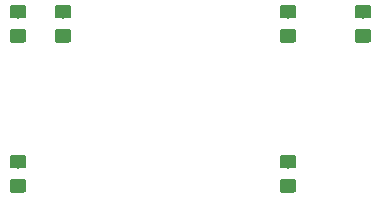
<source format=gbr>
G04 #@! TF.GenerationSoftware,KiCad,Pcbnew,(5.0.2-5)-5*
G04 #@! TF.CreationDate,2019-10-01T20:51:56+03:00*
G04 #@! TF.ProjectId,nav_panel,6e61765f-7061-46e6-956c-2e6b69636164,rev?*
G04 #@! TF.SameCoordinates,Original*
G04 #@! TF.FileFunction,Paste,Bot*
G04 #@! TF.FilePolarity,Positive*
%FSLAX46Y46*%
G04 Gerber Fmt 4.6, Leading zero omitted, Abs format (unit mm)*
G04 Created by KiCad (PCBNEW (5.0.2-5)-5) date 2019 October 01, Tuesday 20:51:56*
%MOMM*%
%LPD*%
G01*
G04 APERTURE LIST*
%ADD10C,0.100000*%
%ADD11C,1.150000*%
G04 APERTURE END LIST*
D10*
G04 #@! TO.C,R1*
G36*
X137634505Y-84271204D02*
X137658773Y-84274804D01*
X137682572Y-84280765D01*
X137705671Y-84289030D01*
X137727850Y-84299520D01*
X137748893Y-84312132D01*
X137768599Y-84326747D01*
X137786777Y-84343223D01*
X137803253Y-84361401D01*
X137817868Y-84381107D01*
X137830480Y-84402150D01*
X137840970Y-84424329D01*
X137849235Y-84447428D01*
X137855196Y-84471227D01*
X137858796Y-84495495D01*
X137860000Y-84519999D01*
X137860000Y-85170001D01*
X137858796Y-85194505D01*
X137855196Y-85218773D01*
X137849235Y-85242572D01*
X137840970Y-85265671D01*
X137830480Y-85287850D01*
X137817868Y-85308893D01*
X137803253Y-85328599D01*
X137786777Y-85346777D01*
X137768599Y-85363253D01*
X137748893Y-85377868D01*
X137727850Y-85390480D01*
X137705671Y-85400970D01*
X137682572Y-85409235D01*
X137658773Y-85415196D01*
X137634505Y-85418796D01*
X137610001Y-85420000D01*
X136709999Y-85420000D01*
X136685495Y-85418796D01*
X136661227Y-85415196D01*
X136637428Y-85409235D01*
X136614329Y-85400970D01*
X136592150Y-85390480D01*
X136571107Y-85377868D01*
X136551401Y-85363253D01*
X136533223Y-85346777D01*
X136516747Y-85328599D01*
X136502132Y-85308893D01*
X136489520Y-85287850D01*
X136479030Y-85265671D01*
X136470765Y-85242572D01*
X136464804Y-85218773D01*
X136461204Y-85194505D01*
X136460000Y-85170001D01*
X136460000Y-84519999D01*
X136461204Y-84495495D01*
X136464804Y-84471227D01*
X136470765Y-84447428D01*
X136479030Y-84424329D01*
X136489520Y-84402150D01*
X136502132Y-84381107D01*
X136516747Y-84361401D01*
X136533223Y-84343223D01*
X136551401Y-84326747D01*
X136571107Y-84312132D01*
X136592150Y-84299520D01*
X136614329Y-84289030D01*
X136637428Y-84280765D01*
X136661227Y-84274804D01*
X136685495Y-84271204D01*
X136709999Y-84270000D01*
X137610001Y-84270000D01*
X137634505Y-84271204D01*
X137634505Y-84271204D01*
G37*
D11*
X137160000Y-84845000D03*
D10*
G36*
X137634505Y-82221204D02*
X137658773Y-82224804D01*
X137682572Y-82230765D01*
X137705671Y-82239030D01*
X137727850Y-82249520D01*
X137748893Y-82262132D01*
X137768599Y-82276747D01*
X137786777Y-82293223D01*
X137803253Y-82311401D01*
X137817868Y-82331107D01*
X137830480Y-82352150D01*
X137840970Y-82374329D01*
X137849235Y-82397428D01*
X137855196Y-82421227D01*
X137858796Y-82445495D01*
X137860000Y-82469999D01*
X137860000Y-83120001D01*
X137858796Y-83144505D01*
X137855196Y-83168773D01*
X137849235Y-83192572D01*
X137840970Y-83215671D01*
X137830480Y-83237850D01*
X137817868Y-83258893D01*
X137803253Y-83278599D01*
X137786777Y-83296777D01*
X137768599Y-83313253D01*
X137748893Y-83327868D01*
X137727850Y-83340480D01*
X137705671Y-83350970D01*
X137682572Y-83359235D01*
X137658773Y-83365196D01*
X137634505Y-83368796D01*
X137610001Y-83370000D01*
X136709999Y-83370000D01*
X136685495Y-83368796D01*
X136661227Y-83365196D01*
X136637428Y-83359235D01*
X136614329Y-83350970D01*
X136592150Y-83340480D01*
X136571107Y-83327868D01*
X136551401Y-83313253D01*
X136533223Y-83296777D01*
X136516747Y-83278599D01*
X136502132Y-83258893D01*
X136489520Y-83237850D01*
X136479030Y-83215671D01*
X136470765Y-83192572D01*
X136464804Y-83168773D01*
X136461204Y-83144505D01*
X136460000Y-83120001D01*
X136460000Y-82469999D01*
X136461204Y-82445495D01*
X136464804Y-82421227D01*
X136470765Y-82397428D01*
X136479030Y-82374329D01*
X136489520Y-82352150D01*
X136502132Y-82331107D01*
X136516747Y-82311401D01*
X136533223Y-82293223D01*
X136551401Y-82276747D01*
X136571107Y-82262132D01*
X136592150Y-82249520D01*
X136614329Y-82239030D01*
X136637428Y-82230765D01*
X136661227Y-82224804D01*
X136685495Y-82221204D01*
X136709999Y-82220000D01*
X137610001Y-82220000D01*
X137634505Y-82221204D01*
X137634505Y-82221204D01*
G37*
D11*
X137160000Y-82795000D03*
G04 #@! TD*
D10*
G04 #@! TO.C,R2*
G36*
X160494505Y-82221204D02*
X160518773Y-82224804D01*
X160542572Y-82230765D01*
X160565671Y-82239030D01*
X160587850Y-82249520D01*
X160608893Y-82262132D01*
X160628599Y-82276747D01*
X160646777Y-82293223D01*
X160663253Y-82311401D01*
X160677868Y-82331107D01*
X160690480Y-82352150D01*
X160700970Y-82374329D01*
X160709235Y-82397428D01*
X160715196Y-82421227D01*
X160718796Y-82445495D01*
X160720000Y-82469999D01*
X160720000Y-83120001D01*
X160718796Y-83144505D01*
X160715196Y-83168773D01*
X160709235Y-83192572D01*
X160700970Y-83215671D01*
X160690480Y-83237850D01*
X160677868Y-83258893D01*
X160663253Y-83278599D01*
X160646777Y-83296777D01*
X160628599Y-83313253D01*
X160608893Y-83327868D01*
X160587850Y-83340480D01*
X160565671Y-83350970D01*
X160542572Y-83359235D01*
X160518773Y-83365196D01*
X160494505Y-83368796D01*
X160470001Y-83370000D01*
X159569999Y-83370000D01*
X159545495Y-83368796D01*
X159521227Y-83365196D01*
X159497428Y-83359235D01*
X159474329Y-83350970D01*
X159452150Y-83340480D01*
X159431107Y-83327868D01*
X159411401Y-83313253D01*
X159393223Y-83296777D01*
X159376747Y-83278599D01*
X159362132Y-83258893D01*
X159349520Y-83237850D01*
X159339030Y-83215671D01*
X159330765Y-83192572D01*
X159324804Y-83168773D01*
X159321204Y-83144505D01*
X159320000Y-83120001D01*
X159320000Y-82469999D01*
X159321204Y-82445495D01*
X159324804Y-82421227D01*
X159330765Y-82397428D01*
X159339030Y-82374329D01*
X159349520Y-82352150D01*
X159362132Y-82331107D01*
X159376747Y-82311401D01*
X159393223Y-82293223D01*
X159411401Y-82276747D01*
X159431107Y-82262132D01*
X159452150Y-82249520D01*
X159474329Y-82239030D01*
X159497428Y-82230765D01*
X159521227Y-82224804D01*
X159545495Y-82221204D01*
X159569999Y-82220000D01*
X160470001Y-82220000D01*
X160494505Y-82221204D01*
X160494505Y-82221204D01*
G37*
D11*
X160020000Y-82795000D03*
D10*
G36*
X160494505Y-84271204D02*
X160518773Y-84274804D01*
X160542572Y-84280765D01*
X160565671Y-84289030D01*
X160587850Y-84299520D01*
X160608893Y-84312132D01*
X160628599Y-84326747D01*
X160646777Y-84343223D01*
X160663253Y-84361401D01*
X160677868Y-84381107D01*
X160690480Y-84402150D01*
X160700970Y-84424329D01*
X160709235Y-84447428D01*
X160715196Y-84471227D01*
X160718796Y-84495495D01*
X160720000Y-84519999D01*
X160720000Y-85170001D01*
X160718796Y-85194505D01*
X160715196Y-85218773D01*
X160709235Y-85242572D01*
X160700970Y-85265671D01*
X160690480Y-85287850D01*
X160677868Y-85308893D01*
X160663253Y-85328599D01*
X160646777Y-85346777D01*
X160628599Y-85363253D01*
X160608893Y-85377868D01*
X160587850Y-85390480D01*
X160565671Y-85400970D01*
X160542572Y-85409235D01*
X160518773Y-85415196D01*
X160494505Y-85418796D01*
X160470001Y-85420000D01*
X159569999Y-85420000D01*
X159545495Y-85418796D01*
X159521227Y-85415196D01*
X159497428Y-85409235D01*
X159474329Y-85400970D01*
X159452150Y-85390480D01*
X159431107Y-85377868D01*
X159411401Y-85363253D01*
X159393223Y-85346777D01*
X159376747Y-85328599D01*
X159362132Y-85308893D01*
X159349520Y-85287850D01*
X159339030Y-85265671D01*
X159330765Y-85242572D01*
X159324804Y-85218773D01*
X159321204Y-85194505D01*
X159320000Y-85170001D01*
X159320000Y-84519999D01*
X159321204Y-84495495D01*
X159324804Y-84471227D01*
X159330765Y-84447428D01*
X159339030Y-84424329D01*
X159349520Y-84402150D01*
X159362132Y-84381107D01*
X159376747Y-84361401D01*
X159393223Y-84343223D01*
X159411401Y-84326747D01*
X159431107Y-84312132D01*
X159452150Y-84299520D01*
X159474329Y-84289030D01*
X159497428Y-84280765D01*
X159521227Y-84274804D01*
X159545495Y-84271204D01*
X159569999Y-84270000D01*
X160470001Y-84270000D01*
X160494505Y-84271204D01*
X160494505Y-84271204D01*
G37*
D11*
X160020000Y-84845000D03*
G04 #@! TD*
D10*
G04 #@! TO.C,R3*
G36*
X137634505Y-94921204D02*
X137658773Y-94924804D01*
X137682572Y-94930765D01*
X137705671Y-94939030D01*
X137727850Y-94949520D01*
X137748893Y-94962132D01*
X137768599Y-94976747D01*
X137786777Y-94993223D01*
X137803253Y-95011401D01*
X137817868Y-95031107D01*
X137830480Y-95052150D01*
X137840970Y-95074329D01*
X137849235Y-95097428D01*
X137855196Y-95121227D01*
X137858796Y-95145495D01*
X137860000Y-95169999D01*
X137860000Y-95820001D01*
X137858796Y-95844505D01*
X137855196Y-95868773D01*
X137849235Y-95892572D01*
X137840970Y-95915671D01*
X137830480Y-95937850D01*
X137817868Y-95958893D01*
X137803253Y-95978599D01*
X137786777Y-95996777D01*
X137768599Y-96013253D01*
X137748893Y-96027868D01*
X137727850Y-96040480D01*
X137705671Y-96050970D01*
X137682572Y-96059235D01*
X137658773Y-96065196D01*
X137634505Y-96068796D01*
X137610001Y-96070000D01*
X136709999Y-96070000D01*
X136685495Y-96068796D01*
X136661227Y-96065196D01*
X136637428Y-96059235D01*
X136614329Y-96050970D01*
X136592150Y-96040480D01*
X136571107Y-96027868D01*
X136551401Y-96013253D01*
X136533223Y-95996777D01*
X136516747Y-95978599D01*
X136502132Y-95958893D01*
X136489520Y-95937850D01*
X136479030Y-95915671D01*
X136470765Y-95892572D01*
X136464804Y-95868773D01*
X136461204Y-95844505D01*
X136460000Y-95820001D01*
X136460000Y-95169999D01*
X136461204Y-95145495D01*
X136464804Y-95121227D01*
X136470765Y-95097428D01*
X136479030Y-95074329D01*
X136489520Y-95052150D01*
X136502132Y-95031107D01*
X136516747Y-95011401D01*
X136533223Y-94993223D01*
X136551401Y-94976747D01*
X136571107Y-94962132D01*
X136592150Y-94949520D01*
X136614329Y-94939030D01*
X136637428Y-94930765D01*
X136661227Y-94924804D01*
X136685495Y-94921204D01*
X136709999Y-94920000D01*
X137610001Y-94920000D01*
X137634505Y-94921204D01*
X137634505Y-94921204D01*
G37*
D11*
X137160000Y-95495000D03*
D10*
G36*
X137634505Y-96971204D02*
X137658773Y-96974804D01*
X137682572Y-96980765D01*
X137705671Y-96989030D01*
X137727850Y-96999520D01*
X137748893Y-97012132D01*
X137768599Y-97026747D01*
X137786777Y-97043223D01*
X137803253Y-97061401D01*
X137817868Y-97081107D01*
X137830480Y-97102150D01*
X137840970Y-97124329D01*
X137849235Y-97147428D01*
X137855196Y-97171227D01*
X137858796Y-97195495D01*
X137860000Y-97219999D01*
X137860000Y-97870001D01*
X137858796Y-97894505D01*
X137855196Y-97918773D01*
X137849235Y-97942572D01*
X137840970Y-97965671D01*
X137830480Y-97987850D01*
X137817868Y-98008893D01*
X137803253Y-98028599D01*
X137786777Y-98046777D01*
X137768599Y-98063253D01*
X137748893Y-98077868D01*
X137727850Y-98090480D01*
X137705671Y-98100970D01*
X137682572Y-98109235D01*
X137658773Y-98115196D01*
X137634505Y-98118796D01*
X137610001Y-98120000D01*
X136709999Y-98120000D01*
X136685495Y-98118796D01*
X136661227Y-98115196D01*
X136637428Y-98109235D01*
X136614329Y-98100970D01*
X136592150Y-98090480D01*
X136571107Y-98077868D01*
X136551401Y-98063253D01*
X136533223Y-98046777D01*
X136516747Y-98028599D01*
X136502132Y-98008893D01*
X136489520Y-97987850D01*
X136479030Y-97965671D01*
X136470765Y-97942572D01*
X136464804Y-97918773D01*
X136461204Y-97894505D01*
X136460000Y-97870001D01*
X136460000Y-97219999D01*
X136461204Y-97195495D01*
X136464804Y-97171227D01*
X136470765Y-97147428D01*
X136479030Y-97124329D01*
X136489520Y-97102150D01*
X136502132Y-97081107D01*
X136516747Y-97061401D01*
X136533223Y-97043223D01*
X136551401Y-97026747D01*
X136571107Y-97012132D01*
X136592150Y-96999520D01*
X136614329Y-96989030D01*
X136637428Y-96980765D01*
X136661227Y-96974804D01*
X136685495Y-96971204D01*
X136709999Y-96970000D01*
X137610001Y-96970000D01*
X137634505Y-96971204D01*
X137634505Y-96971204D01*
G37*
D11*
X137160000Y-97545000D03*
G04 #@! TD*
D10*
G04 #@! TO.C,R4*
G36*
X160494505Y-94921204D02*
X160518773Y-94924804D01*
X160542572Y-94930765D01*
X160565671Y-94939030D01*
X160587850Y-94949520D01*
X160608893Y-94962132D01*
X160628599Y-94976747D01*
X160646777Y-94993223D01*
X160663253Y-95011401D01*
X160677868Y-95031107D01*
X160690480Y-95052150D01*
X160700970Y-95074329D01*
X160709235Y-95097428D01*
X160715196Y-95121227D01*
X160718796Y-95145495D01*
X160720000Y-95169999D01*
X160720000Y-95820001D01*
X160718796Y-95844505D01*
X160715196Y-95868773D01*
X160709235Y-95892572D01*
X160700970Y-95915671D01*
X160690480Y-95937850D01*
X160677868Y-95958893D01*
X160663253Y-95978599D01*
X160646777Y-95996777D01*
X160628599Y-96013253D01*
X160608893Y-96027868D01*
X160587850Y-96040480D01*
X160565671Y-96050970D01*
X160542572Y-96059235D01*
X160518773Y-96065196D01*
X160494505Y-96068796D01*
X160470001Y-96070000D01*
X159569999Y-96070000D01*
X159545495Y-96068796D01*
X159521227Y-96065196D01*
X159497428Y-96059235D01*
X159474329Y-96050970D01*
X159452150Y-96040480D01*
X159431107Y-96027868D01*
X159411401Y-96013253D01*
X159393223Y-95996777D01*
X159376747Y-95978599D01*
X159362132Y-95958893D01*
X159349520Y-95937850D01*
X159339030Y-95915671D01*
X159330765Y-95892572D01*
X159324804Y-95868773D01*
X159321204Y-95844505D01*
X159320000Y-95820001D01*
X159320000Y-95169999D01*
X159321204Y-95145495D01*
X159324804Y-95121227D01*
X159330765Y-95097428D01*
X159339030Y-95074329D01*
X159349520Y-95052150D01*
X159362132Y-95031107D01*
X159376747Y-95011401D01*
X159393223Y-94993223D01*
X159411401Y-94976747D01*
X159431107Y-94962132D01*
X159452150Y-94949520D01*
X159474329Y-94939030D01*
X159497428Y-94930765D01*
X159521227Y-94924804D01*
X159545495Y-94921204D01*
X159569999Y-94920000D01*
X160470001Y-94920000D01*
X160494505Y-94921204D01*
X160494505Y-94921204D01*
G37*
D11*
X160020000Y-95495000D03*
D10*
G36*
X160494505Y-96971204D02*
X160518773Y-96974804D01*
X160542572Y-96980765D01*
X160565671Y-96989030D01*
X160587850Y-96999520D01*
X160608893Y-97012132D01*
X160628599Y-97026747D01*
X160646777Y-97043223D01*
X160663253Y-97061401D01*
X160677868Y-97081107D01*
X160690480Y-97102150D01*
X160700970Y-97124329D01*
X160709235Y-97147428D01*
X160715196Y-97171227D01*
X160718796Y-97195495D01*
X160720000Y-97219999D01*
X160720000Y-97870001D01*
X160718796Y-97894505D01*
X160715196Y-97918773D01*
X160709235Y-97942572D01*
X160700970Y-97965671D01*
X160690480Y-97987850D01*
X160677868Y-98008893D01*
X160663253Y-98028599D01*
X160646777Y-98046777D01*
X160628599Y-98063253D01*
X160608893Y-98077868D01*
X160587850Y-98090480D01*
X160565671Y-98100970D01*
X160542572Y-98109235D01*
X160518773Y-98115196D01*
X160494505Y-98118796D01*
X160470001Y-98120000D01*
X159569999Y-98120000D01*
X159545495Y-98118796D01*
X159521227Y-98115196D01*
X159497428Y-98109235D01*
X159474329Y-98100970D01*
X159452150Y-98090480D01*
X159431107Y-98077868D01*
X159411401Y-98063253D01*
X159393223Y-98046777D01*
X159376747Y-98028599D01*
X159362132Y-98008893D01*
X159349520Y-97987850D01*
X159339030Y-97965671D01*
X159330765Y-97942572D01*
X159324804Y-97918773D01*
X159321204Y-97894505D01*
X159320000Y-97870001D01*
X159320000Y-97219999D01*
X159321204Y-97195495D01*
X159324804Y-97171227D01*
X159330765Y-97147428D01*
X159339030Y-97124329D01*
X159349520Y-97102150D01*
X159362132Y-97081107D01*
X159376747Y-97061401D01*
X159393223Y-97043223D01*
X159411401Y-97026747D01*
X159431107Y-97012132D01*
X159452150Y-96999520D01*
X159474329Y-96989030D01*
X159497428Y-96980765D01*
X159521227Y-96974804D01*
X159545495Y-96971204D01*
X159569999Y-96970000D01*
X160470001Y-96970000D01*
X160494505Y-96971204D01*
X160494505Y-96971204D01*
G37*
D11*
X160020000Y-97545000D03*
G04 #@! TD*
D10*
G04 #@! TO.C,R5*
G36*
X141444505Y-82221204D02*
X141468773Y-82224804D01*
X141492572Y-82230765D01*
X141515671Y-82239030D01*
X141537850Y-82249520D01*
X141558893Y-82262132D01*
X141578599Y-82276747D01*
X141596777Y-82293223D01*
X141613253Y-82311401D01*
X141627868Y-82331107D01*
X141640480Y-82352150D01*
X141650970Y-82374329D01*
X141659235Y-82397428D01*
X141665196Y-82421227D01*
X141668796Y-82445495D01*
X141670000Y-82469999D01*
X141670000Y-83120001D01*
X141668796Y-83144505D01*
X141665196Y-83168773D01*
X141659235Y-83192572D01*
X141650970Y-83215671D01*
X141640480Y-83237850D01*
X141627868Y-83258893D01*
X141613253Y-83278599D01*
X141596777Y-83296777D01*
X141578599Y-83313253D01*
X141558893Y-83327868D01*
X141537850Y-83340480D01*
X141515671Y-83350970D01*
X141492572Y-83359235D01*
X141468773Y-83365196D01*
X141444505Y-83368796D01*
X141420001Y-83370000D01*
X140519999Y-83370000D01*
X140495495Y-83368796D01*
X140471227Y-83365196D01*
X140447428Y-83359235D01*
X140424329Y-83350970D01*
X140402150Y-83340480D01*
X140381107Y-83327868D01*
X140361401Y-83313253D01*
X140343223Y-83296777D01*
X140326747Y-83278599D01*
X140312132Y-83258893D01*
X140299520Y-83237850D01*
X140289030Y-83215671D01*
X140280765Y-83192572D01*
X140274804Y-83168773D01*
X140271204Y-83144505D01*
X140270000Y-83120001D01*
X140270000Y-82469999D01*
X140271204Y-82445495D01*
X140274804Y-82421227D01*
X140280765Y-82397428D01*
X140289030Y-82374329D01*
X140299520Y-82352150D01*
X140312132Y-82331107D01*
X140326747Y-82311401D01*
X140343223Y-82293223D01*
X140361401Y-82276747D01*
X140381107Y-82262132D01*
X140402150Y-82249520D01*
X140424329Y-82239030D01*
X140447428Y-82230765D01*
X140471227Y-82224804D01*
X140495495Y-82221204D01*
X140519999Y-82220000D01*
X141420001Y-82220000D01*
X141444505Y-82221204D01*
X141444505Y-82221204D01*
G37*
D11*
X140970000Y-82795000D03*
D10*
G36*
X141444505Y-84271204D02*
X141468773Y-84274804D01*
X141492572Y-84280765D01*
X141515671Y-84289030D01*
X141537850Y-84299520D01*
X141558893Y-84312132D01*
X141578599Y-84326747D01*
X141596777Y-84343223D01*
X141613253Y-84361401D01*
X141627868Y-84381107D01*
X141640480Y-84402150D01*
X141650970Y-84424329D01*
X141659235Y-84447428D01*
X141665196Y-84471227D01*
X141668796Y-84495495D01*
X141670000Y-84519999D01*
X141670000Y-85170001D01*
X141668796Y-85194505D01*
X141665196Y-85218773D01*
X141659235Y-85242572D01*
X141650970Y-85265671D01*
X141640480Y-85287850D01*
X141627868Y-85308893D01*
X141613253Y-85328599D01*
X141596777Y-85346777D01*
X141578599Y-85363253D01*
X141558893Y-85377868D01*
X141537850Y-85390480D01*
X141515671Y-85400970D01*
X141492572Y-85409235D01*
X141468773Y-85415196D01*
X141444505Y-85418796D01*
X141420001Y-85420000D01*
X140519999Y-85420000D01*
X140495495Y-85418796D01*
X140471227Y-85415196D01*
X140447428Y-85409235D01*
X140424329Y-85400970D01*
X140402150Y-85390480D01*
X140381107Y-85377868D01*
X140361401Y-85363253D01*
X140343223Y-85346777D01*
X140326747Y-85328599D01*
X140312132Y-85308893D01*
X140299520Y-85287850D01*
X140289030Y-85265671D01*
X140280765Y-85242572D01*
X140274804Y-85218773D01*
X140271204Y-85194505D01*
X140270000Y-85170001D01*
X140270000Y-84519999D01*
X140271204Y-84495495D01*
X140274804Y-84471227D01*
X140280765Y-84447428D01*
X140289030Y-84424329D01*
X140299520Y-84402150D01*
X140312132Y-84381107D01*
X140326747Y-84361401D01*
X140343223Y-84343223D01*
X140361401Y-84326747D01*
X140381107Y-84312132D01*
X140402150Y-84299520D01*
X140424329Y-84289030D01*
X140447428Y-84280765D01*
X140471227Y-84274804D01*
X140495495Y-84271204D01*
X140519999Y-84270000D01*
X141420001Y-84270000D01*
X141444505Y-84271204D01*
X141444505Y-84271204D01*
G37*
D11*
X140970000Y-84845000D03*
G04 #@! TD*
D10*
G04 #@! TO.C,R6*
G36*
X166844505Y-84271204D02*
X166868773Y-84274804D01*
X166892572Y-84280765D01*
X166915671Y-84289030D01*
X166937850Y-84299520D01*
X166958893Y-84312132D01*
X166978599Y-84326747D01*
X166996777Y-84343223D01*
X167013253Y-84361401D01*
X167027868Y-84381107D01*
X167040480Y-84402150D01*
X167050970Y-84424329D01*
X167059235Y-84447428D01*
X167065196Y-84471227D01*
X167068796Y-84495495D01*
X167070000Y-84519999D01*
X167070000Y-85170001D01*
X167068796Y-85194505D01*
X167065196Y-85218773D01*
X167059235Y-85242572D01*
X167050970Y-85265671D01*
X167040480Y-85287850D01*
X167027868Y-85308893D01*
X167013253Y-85328599D01*
X166996777Y-85346777D01*
X166978599Y-85363253D01*
X166958893Y-85377868D01*
X166937850Y-85390480D01*
X166915671Y-85400970D01*
X166892572Y-85409235D01*
X166868773Y-85415196D01*
X166844505Y-85418796D01*
X166820001Y-85420000D01*
X165919999Y-85420000D01*
X165895495Y-85418796D01*
X165871227Y-85415196D01*
X165847428Y-85409235D01*
X165824329Y-85400970D01*
X165802150Y-85390480D01*
X165781107Y-85377868D01*
X165761401Y-85363253D01*
X165743223Y-85346777D01*
X165726747Y-85328599D01*
X165712132Y-85308893D01*
X165699520Y-85287850D01*
X165689030Y-85265671D01*
X165680765Y-85242572D01*
X165674804Y-85218773D01*
X165671204Y-85194505D01*
X165670000Y-85170001D01*
X165670000Y-84519999D01*
X165671204Y-84495495D01*
X165674804Y-84471227D01*
X165680765Y-84447428D01*
X165689030Y-84424329D01*
X165699520Y-84402150D01*
X165712132Y-84381107D01*
X165726747Y-84361401D01*
X165743223Y-84343223D01*
X165761401Y-84326747D01*
X165781107Y-84312132D01*
X165802150Y-84299520D01*
X165824329Y-84289030D01*
X165847428Y-84280765D01*
X165871227Y-84274804D01*
X165895495Y-84271204D01*
X165919999Y-84270000D01*
X166820001Y-84270000D01*
X166844505Y-84271204D01*
X166844505Y-84271204D01*
G37*
D11*
X166370000Y-84845000D03*
D10*
G36*
X166844505Y-82221204D02*
X166868773Y-82224804D01*
X166892572Y-82230765D01*
X166915671Y-82239030D01*
X166937850Y-82249520D01*
X166958893Y-82262132D01*
X166978599Y-82276747D01*
X166996777Y-82293223D01*
X167013253Y-82311401D01*
X167027868Y-82331107D01*
X167040480Y-82352150D01*
X167050970Y-82374329D01*
X167059235Y-82397428D01*
X167065196Y-82421227D01*
X167068796Y-82445495D01*
X167070000Y-82469999D01*
X167070000Y-83120001D01*
X167068796Y-83144505D01*
X167065196Y-83168773D01*
X167059235Y-83192572D01*
X167050970Y-83215671D01*
X167040480Y-83237850D01*
X167027868Y-83258893D01*
X167013253Y-83278599D01*
X166996777Y-83296777D01*
X166978599Y-83313253D01*
X166958893Y-83327868D01*
X166937850Y-83340480D01*
X166915671Y-83350970D01*
X166892572Y-83359235D01*
X166868773Y-83365196D01*
X166844505Y-83368796D01*
X166820001Y-83370000D01*
X165919999Y-83370000D01*
X165895495Y-83368796D01*
X165871227Y-83365196D01*
X165847428Y-83359235D01*
X165824329Y-83350970D01*
X165802150Y-83340480D01*
X165781107Y-83327868D01*
X165761401Y-83313253D01*
X165743223Y-83296777D01*
X165726747Y-83278599D01*
X165712132Y-83258893D01*
X165699520Y-83237850D01*
X165689030Y-83215671D01*
X165680765Y-83192572D01*
X165674804Y-83168773D01*
X165671204Y-83144505D01*
X165670000Y-83120001D01*
X165670000Y-82469999D01*
X165671204Y-82445495D01*
X165674804Y-82421227D01*
X165680765Y-82397428D01*
X165689030Y-82374329D01*
X165699520Y-82352150D01*
X165712132Y-82331107D01*
X165726747Y-82311401D01*
X165743223Y-82293223D01*
X165761401Y-82276747D01*
X165781107Y-82262132D01*
X165802150Y-82249520D01*
X165824329Y-82239030D01*
X165847428Y-82230765D01*
X165871227Y-82224804D01*
X165895495Y-82221204D01*
X165919999Y-82220000D01*
X166820001Y-82220000D01*
X166844505Y-82221204D01*
X166844505Y-82221204D01*
G37*
D11*
X166370000Y-82795000D03*
G04 #@! TD*
M02*

</source>
